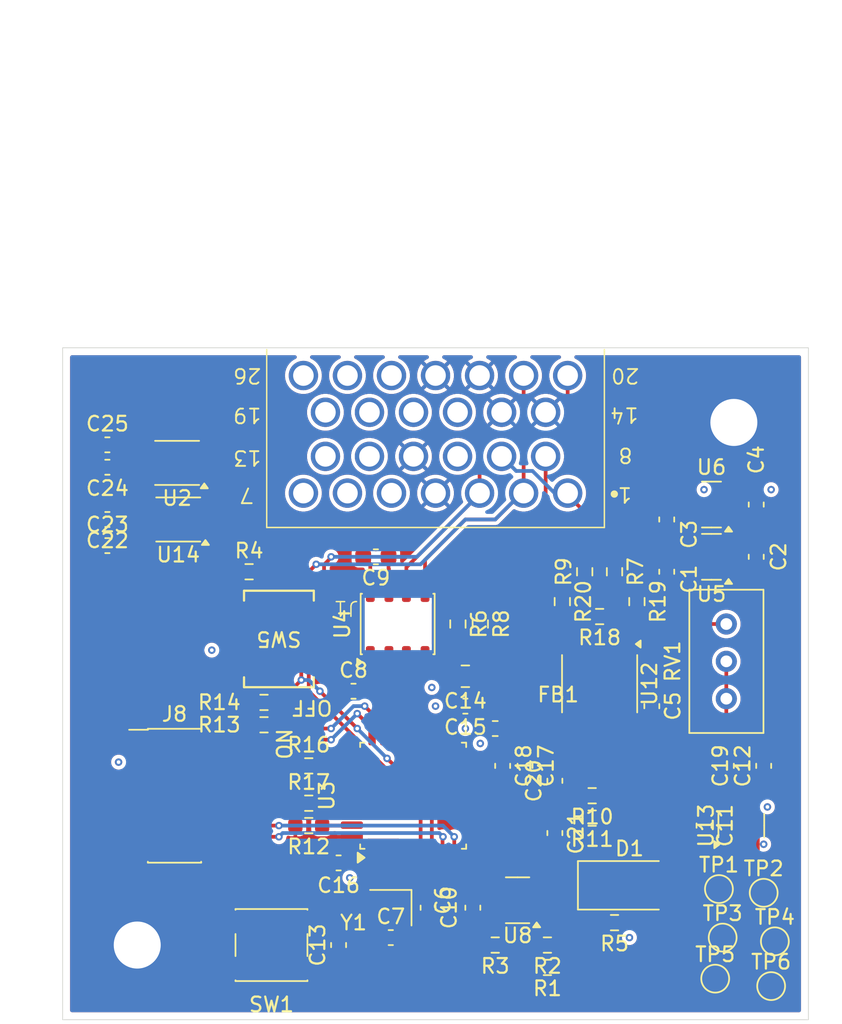
<source format=kicad_pcb>
(kicad_pcb (version 20241229) (generator "pcbnew") (generator_version "9.0")
  (layers (0 "F.Cu" signal) (4 "In1.Cu" signal) (6 "In2.Cu" signal) (2 "B.Cu" signal) (13 "F.Paste" user) (15 "B.Paste" user) (5 "F.SilkS" user "F.Silkscreen") (7 "B.SilkS" user "B.Silkscreen") (1 "F.Mask" user) (3 "B.Mask" user) (25 "Edge.Cuts" user))
  (net 0 "")
  (net 1 "GND")
  (net 2 "+12V")
  (net 3 "+5V")
  (net 4 "+3V3")
  (net 5 "/OSC_IN")
  (net 6 "/OSC_OUT")
  (net 7 "NRST")
  (net 8 "+3V3_A")
  (net 9 "/+1V_REF")
  (net 10 "/Vin+")
  (net 12 "STLINK_SWCLK")
  (net 13 "STLINK_SWO")
  (net 14 "VCP_UART_RX")
  (net 15 "STLINK_SWDIO")
  (net 16 "VCP_UART_TX")
  (net 20 "/Wheel_Speed_Out")
  (net 21 "Net-(U8-+)")
  (net 22 "/1V6_Vref")
  (net 23 "CAN1_RX")
  (net 24 "/Vin-")
  (net 25 "1x8_TireTemp_Sensor_SDA")
  (net 26 "Net-(R10-Pad1)")
  (net 27 "Net-(U13-NR)")
  (net 28 "/BOOT0")
  (net 29 "1x8_TireTemp_Sensor_SCL")
  (net 30 "Net-(J1D-1)")
  (net 33 "CAN1_TX")
  (net 34 "STRAIN")
  (net 35 "Net-(R18-Pad1)")
  (net 36 "Net-(R18-Pad2)")
  (net 37 "Net-(U12--)")
  (net 38 "Net-(U12-+)")
  (net 39 "Net-(R4-Pad1)")
  (net 40 "Net-(U3-PA0)")
  (net 41 "SUSPENSION ")
  (net 42 "Net-(U3-PA1)")
  (net 43 "1x1_TireTemp_Sensor_SDA")
  (net 46 "wheel speed")
  (net 47 "1x1_TireTemp_Sensor_SCL")
  (net 48 "CANH")
  (net 49 "CANL")
  (net 50 "Net-(U3-PB6)")
  (net 51 "Net-(U3-PA10)")
  (net 52 "Net-(U3-PB5)")
  (net 53 "Net-(U3-PA4)")
  (net 54 "Net-(U3-PB4)")
  (net 55 "Net-(U3-PA6)")
  (net 56 "Net-(U2-SDA_B)")
  (net 57 "Net-(U14-SCL_B)")
  (net 58 "Net-(U14-SDA_B)")
  (net 59 "Net-(U2-SCL_B)")
  (footprint "Inductor_SMD:L_0603_1608Metric_Pad1.05x0.95mm_HandSolder" (layer "F.Cu") (at 148.844 124.968)
    (property "Reference" "FB1")
    (property "Value" "FCM 1608KF-601T03")
  )
  (footprint "Resistor_SMD:R_0603_1608Metric_Pad0.98x0.95mm_HandSolder" (layer "F.Cu") (at 132.08 114.3)
    (property "Reference" "R4")
    (property "Value" "120R")
  )
  (footprint "TestPoint:TestPoint_Pad_D1.5mm" (layer "F.Cu") (at 167.894 139.446)
    (property "Reference" "TP4")
    (property "Value" "PB4")
  )
  (footprint "Resistor_SMD:R_0603_1608Metric_Pad0.98x0.95mm_HandSolder" (layer "F.Cu") (at 152.4 141.224 180)
    (property "Reference" "R1")
    (property "Value" "15K")
  )
  (footprint "Crystal:Crystal_SMD_2016-4Pin_2.0x1.6mm" (layer "F.Cu") (at 141.732 137.16 180)
    (property "Reference" "Y1")
    (property "Value" "ECS-240-8-37B-CKY-TR")
  )
  (footprint "Package_TO_SOT_SMD:SOT-23" (layer "F.Cu") (at 163.576 109.728 180)
    (property "Reference" "U6")
    (property "Value" "MCP1703AT-3302E/CB")
  )
  (footprint "Capacitor_SMD:C_0603_1608Metric_Pad1.08x0.95mm_HandSolder" (layer "F.Cu") (at 144.272 137.16 -90)
    (property "Reference" "C10")
    (property "Value" "6.8pF")
  )
  (footprint "Capacitor_SMD:C_0603_1608Metric_Pad1.08x0.95mm_HandSolder" (layer "F.Cu") (at 147.32 137.16 90)
    (property "Reference" "C6")
    (property "Value" "100nF")
  )
  (footprint "Capacitor_SMD:C_0603_1608Metric_Pad1.08x0.95mm_HandSolder" (layer "F.Cu") (at 139.192 122.428)
    (property "Reference" "C8")
    (property "Value" "100nF")
  )
  (footprint "Resistor_SMD:R_0603_1608Metric_Pad0.98x0.95mm_HandSolder" (layer "F.Cu") (at 152.4 139.7 180)
    (property "Reference" "R2")
    (property "Value" "1K")
  )
  (footprint "Package_QFP:LQFP-32_7x7mm_P0.8mm" (layer "F.Cu") (at 143.256 129.54 90)
    (property "Reference" "U3")
    (property "Value" "STM32G441KBTx")
  )
  (footprint "Resistor_SMD:R_0603_1608Metric_Pad0.98x0.95mm_HandSolder" (layer "F.Cu") (at 136.144 131.572 180)
    (property "Reference" "R12")
    (property "Value" "10k")
  )
  (footprint "TestPoint:TestPoint_Pad_D1.5mm" (layer "F.Cu") (at 164.338 139.192)
    (property "Reference" "TP3")
    (property "Value" "PA10")
  )
  (footprint "Potentiometer_THT:Potentiometer_Bourns_3296W_Vertical" (layer "F.Cu") (at 164.587 117.856 90)
    (property "Reference" "RV1")
    (property "Value" "200R")
  )
  (footprint "Resistor_SMD:R_0603_1608Metric_Pad0.98x0.95mm_HandSolder" (layer "F.Cu") (at 136.144 130.048)
    (property "Reference" "R17")
    (property "Value" "4.7k")
  )
  (footprint "Resistor_SMD:R_0603_1608Metric_Pad0.98x0.95mm_HandSolder" (layer "F.Cu") (at 155.448 129.54 180)
    (property "Reference" "R10")
    (property "Value" "16K")
  )
  (footprint "Resistor_SMD:R_0603_1608Metric_Pad0.98x0.95mm_HandSolder" (layer "F.Cu") (at 154.94 114.3 90)
    (property "Reference" "R9")
    (property "Value" "360R")
  )
  (footprint "Capacitor_SMD:C_0603_1608Metric_Pad1.08x0.95mm_HandSolder" (layer "F.Cu") (at 150.876 127.508 -90)
    (property "Reference" "C17")
    (property "Value" "1uF")
  )
  (footprint "Resistor_SMD:R_0603_1608Metric_Pad0.98x0.95mm_HandSolder" (layer "F.Cu") (at 136.144 127.508)
    (property "Reference" "R16")
    (property "Value" "4.7k")
  )
  (footprint "TestPoint:TestPoint_Pad_D1.5mm" (layer "F.Cu") (at 163.83 141.986)
    (property "Reference" "TP5")
    (property "Value" "PB6")
  )
  (footprint "Capacitor_SMD:C_0603_1608Metric_Pad1.08x0.95mm_HandSolder" (layer "F.Cu") (at 146.812 123.444 180)
    (property "Reference" "C15")
    (property "Value" "100nF")
  )
  (footprint "Capacitor_SMD:C_0603_1608Metric_Pad1.08x0.95mm_HandSolder" (layer "F.Cu") (at 122.428 105.664)
    (property "Reference" "C25")
    (property "Value" "100nF")
  )
  (footprint "Capacitor_SMD:C_0603_1608Metric_Pad1.08x0.95mm_HandSolder" (layer "F.Cu") (at 166.624 113.284 90)
    (property "Reference" "C2")
    (property "Value" "1uF")
  )
  (footprint "Resistor_SMD:R_0603_1608Metric_Pad0.98x0.95mm_HandSolder" (layer "F.Cu") (at 155.448 131.064 180)
    (property "Reference" "R11")
    (property "Value" "16K")
  )
  (footprint "Package_TO_SOT_SMD:SOT-23-5" (layer "F.Cu") (at 150.368 136.652 180)
    (property "Reference" "U8")
    (property "Value" "LMV331")
  )
  (footprint "Connector_PinHeader_1.27mm:PinHeader_2x07_P1.27mm_Vertical_SMD" (layer "F.Cu") (at 127 129.54)
    (property "Reference" "J8")
    (property "Value" "FTSH-107-01-F-DV-K-P-TR")
  )
  (footprint "Resistor_SMD:R_0603_1608Metric_Pad0.98x0.95mm_HandSolder" (layer "F.Cu") (at 133.096 123.19)
    (property "Reference" "R14")
    (property "Value" "10K")
  )
  (footprint "Capacitor_SMD:C_0603_1608Metric_Pad1.08x0.95mm_HandSolder" (layer "F.Cu") (at 166.624 109.728 90)
    (property "Reference" "C4")
    (property "Value" "1uF")
  )
  (footprint "Resistor_SMD:R_0603_1608Metric_Pad0.98x0.95mm_HandSolder" (layer "F.Cu") (at 153.416 116.332 -90)
    (property "Reference" "R20")
    (property "Value" "16K")
  )
  (footprint "Package_TO_SOT_SMD:SOT-23-6" (layer "F.Cu") (at 165.608 131.572 90)
    (property "Reference" "U13")
    (property "Value" "REF35160QDBVR")
  )
  (footprint "Capacitor_SMD:C_0603_1608Metric_Pad1.08x0.95mm_HandSolder" (layer "F.Cu") (at 138.176 139.7 90)
    (property "Reference" "C13")
    (property "Value" "100nF")
  )
  (footprint "Capacitor_SMD:C_0603_1608Metric_Pad1.08x0.95mm_HandSolder" (layer "F.Cu") (at 122.428 112.522)
    (property "Reference" "C23")
    (property "Value" "100nF")
  )
  (footprint "Resistor_SMD:R_0603_1608Metric_Pad0.98x0.95mm_HandSolder" (layer "F.Cu") (at 147.828 117.856 -90)
    (property "Reference" "R8")
    (property "Value" "4.7k")
  )
  (footprint "FS_4_Global_Footprint_Library:ATS13-26PA-BM01" (layer "F.Cu") (at 144.78 104.7875 180)
    (property "Reference" "J1")
    (property "Value" "~")
  )
  (footprint "Capacitor_SMD:C_0603_1608Metric_Pad1.08x0.95mm_HandSolder" (layer "F.Cu") (at 122.428 107.188 180)
    (property "Reference" "C24")
    (property "Value" "100nF")
  )
  (footprint "Package_TO_SOT_SMD:SOT-23" (layer "F.Cu") (at 163.576 113.284 180)
    (property "Reference" "U5")
    (property "Value" "MCP1703AT-5002E/CB")
  )
  (footprint "Diode_SMD:D_SMA" (layer "F.Cu") (at 157.988 135.636)
    (property "Reference" "D1")
    (property "Value" "1V")
  )
  (footprint "Capacitor_SMD:C_0603_1608Metric_Pad1.08x0.95mm_HandSolder" (layer "F.Cu") (at 152.908 132.08 -90)
    (property "Reference" "C21")
    (property "Value" "100nF")
  )
  (footprint "Capacitor_SMD:C_0603_1608Metric_Pad1.08x0.95mm_HandSolder" (layer "F.Cu") (at 165.608 127.508 90)
    (property "Reference" "C19")
    (property "Value" "1uF")
  )
  (footprint "Capacitor_SMD:C_0603_1608Metric_Pad1.08x0.95mm_HandSolder" (layer "F.Cu") (at 122.428 110.744 180)
    (property "Reference" "C22")
    (property "Value" "100nF")
  )
  (footprint "Resistor_SMD:R_0603_1608Metric_Pad0.98x0.95mm_HandSolder" (layer "F.Cu") (at 146.304 117.856 -90)
    (property "Reference" "R6")
    (property "Value" "4.7k")
  )
  (footprint "Package_SO:SOIC-8_3.9x4.9mm_P1.27mm" (layer "F.Cu") (at 155.956 121.92 -90)
    (property "Reference" "U12")
    (property "Value" "INA826AIDR")
  )
  (footprint "FS_4_Global_Footprint_Library:SOIC-8_ISO1044BD" (layer "F.Cu") (at 142.24 117.856 90)
    (property "Reference" "U4")
    (property "Value" "ISO1044DUB")
  )
  (footprint "TestPoint:TestPoint_Pad_D1.5mm" (layer "F.Cu") (at 164.084 135.89)
    (property "Reference" "TP1")
    (property "Value" "PA4")
  )
  (footprint "Capacitor_SMD:C_0603_1608Metric_Pad1.08x0.95mm_HandSolder" (layer "F.Cu") (at 140.716 113.284 180)
    (property "Reference" "C9")
    (property "Value" "100nF")
  )
  (footprint "Package_SO:SSOP-8_2.95x2.8mm_P0.65mm" (layer "F.Cu") (at 127.254 110.744 180)
    (property "Reference" "U14")
    (property "Value" "TCA9406DC")
  )
  (footprint "TestPoint:TestPoint_Pad_D1.5mm" (layer "F.Cu") (at 167.64 142.494)
    (property "Reference" "TP6")
    (property "Value" "PB7")
  )
  (footprint "Resistor_SMD:R_0603_1608Metric_Pad0.98x0.95mm_HandSolder" (layer "F.Cu") (at 156.972 138.176 180)
    (property "Reference" "R5")
    (property "Value" "10K")
  )
  (footprint "Capacitor_SMD:C_0603_1608Metric_Pad1.08x0.95mm_HandSolder" (layer "F.Cu") (at 138.176 134.112)
    (property "Reference" "C16")
    (property "Value" "100nF")
  )
  (footprint "Resistor_SMD:R_0603_1608Metric_Pad0.98x0.95mm_HandSolder" (layer "F.Cu") (at 148.844 139.7 180)
    (property "Reference" "R3")
    (property "Value" "10K")
  )
  (footprint "MountingHole:MountingHole_3.2mm_M3_Pad" (layer "F.Cu") (at 165.1 104.14)
    (property "Reference" "H1" (hide yes))
    (property "Value" "MountingHole_Pad")
  )
  (footprint "Capacitor_SMD:C_0603_1608Metric_Pad1.08x0.95mm_HandSolder" (layer "F.Cu") (at 160.528 110.744 90)
    (property "Reference" "C3")
    (property "Value" "1uF")
  )
  (footprint "Package_SO:SSOP-8_2.95x2.8mm_P0.65mm" (layer "F.Cu") (at 127.176 106.893 180)
    (property "Reference" "U2")
    (property "Value" "TCA9406DC")
  )
  (footprint "Capacitor_SMD:C_0805_2012Metric_Pad1.18x1.45mm_HandSolder" (layer "F.Cu") (at 146.812 121.412 180)
    (property "Reference" "C14")
    (property "Value" "10uF")
  )
  (footprint "Library:SW_A6H-4101_OMR" (layer "F.Cu") (at 134.112 118.872 180)
    (property "Reference" "SW5")
    (property "Value" "A6H-4101")
  )
  (footprint "Resistor_SMD:R_0603_1608Metric_Pad0.98x0.95mm_HandSolder" (layer "F.Cu") (at 158.496 116.332 -90)
    (property "Reference" "R19")
    (property "Value" "16K")
  )
  (footprint "Resistor_SMD:R_0603_1608Metric_Pad0.98x0.95mm_HandSolder" (layer "F.Cu") (at 155.956 117.348 180)
    (property "Reference" "R18")
    (property "Value" "309R")
  )
  (footprint "Button_Switch_SMD:SW_SPST_PTS647_Sx38" (layer "F.Cu") (at 133.604 139.7 180)
    (property "Reference" "SW1")
    (property "Value" "Y97KT23B5NAFP")
  )
  (footprint "Capacitor_SMD:C_0603_1608Metric_Pad1.08x0.95mm_HandSolder" (layer "F.Cu") (at 160.528 114.3 90)
    (property "Reference" "C1")
    (property "Value" "1uF")
  )
  (footprint "Capacitor_SMD:C_0603_1608Metric_Pad1.08x0.95mm_HandSolder" (layer "F.Cu") (at 163.068 131.572 -90)
    (property "Reference" "C11")
    (property "Value" "1uF")
  )
  (footprint "Capacitor_SMD:C_0603_1608Metric_Pad1.08x0.95mm_HandSolder" (layer "F.Cu") (at 159.512 123.444 -90)
    (property "Reference" "C5")
    (property "Value" "100nF")
  )
  (footprint "Resistor_SMD:R_0603_1608Metric_Pad0.98x0.95mm_HandSolder" (layer "F.Cu") (at 156.972 114.3 -90)
    (property "Reference" "R7")
    (property "Value" "360R")
  )
  (footprint "TestPoint:TestPoint_Pad_D1.5mm" (layer "F.Cu") (at 167.132 136.144)
    (property "Reference" "TP2")
    (property "Value" "PA6")
  )
  (footprint "Resistor_SMD:R_0603_1608Metric_Pad0.98x0.95mm_HandSolder" (layer "F.Cu") (at 133.096 124.714)
    (property "Reference" "R13")
    (property "Value" "10K")
  )
  (footprint "Capacitor_SMD:C_0603_1608Metric_Pad1.08x0.95mm_HandSolder" (layer "F.Cu") (at 152.908 128.524 90)
    (property "Reference" "C20")
    (property "Value" "100nF")
  )
  (footprint "MountingHole:MountingHole_3.2mm_M3_Pad" (layer "F.Cu") (at 124.46 139.7)
    (property "Reference" "H2" (hide yes))
    (property "Value" "MountingHole_Pad")
  )
  (footprint "Capacitor_SMD:C_0603_1608Metric_Pad1.08x0.95mm_HandSolder" (layer "F.Cu") (at 141.732 139.192)
    (property "Reference" "C7")
    (property "Value" "6.8pF")
  )
  (footprint "Capacitor_SMD:C_0603_1608Metric_Pad1.08x0.95mm_HandSolder" (layer "F.Cu") (at 149.352 127.508 -90)
    (property "Reference" "C18")
    (property "Value" "100nF")
  )
  (footprint "Capacitor_SMD:C_0603_1608Metric_Pad1.08x0.95mm_HandSolder" (layer "F.Cu") (at 167.132 127.508 90)
    (property "Reference" "C12")
    (property "Value" "100nF")
  )
  (gr_rect (start 119.38 99.06) (end 170.18 144.78) (stroke (width 0.05)) (fill no) (layer "Edge.Cuts"))
  (segment (start 160.528 113.4375) (end 160.528 113.538) (width 0.254) (layer "F.Cu") (net 2))
  (segment (start 159.512 110.998) (end 155.702 110.998) (width 0.254) (layer "F.Cu") (net 2))
  (segment (start 153.7635 108.966) (end 153.78 108.9495) (width 0.254) (layer "F.Cu") (net 2))
  (segment (start 159.512 112.522) (end 159.512 110.998) (width 0.254) (layer "F.Cu") (net 2))
  (segment (start 160.528 113.538) (end 159.512 112.522) (width 0.254) (layer "F.Cu") (net 2))
  (segment (start 159.512 110.998) (end 160.782 109.728) (width 0.254) (layer "F.Cu") (net 2))
  (segment (start 153.67 108.966) (end 153.7635 108.966) (width 0.254) (layer "F.Cu") (net 2))
  (segment (start 155.702 110.998) (end 153.67 108.966) (width 0.254) (layer "F.Cu") (net 2))
  (segment (start 160.782 109.728) (end 162.6385 109.728) (width 0.254) (layer "F.Cu") (net 2))
  (segment (start 152.8915 108.9495) (end 153.78 108.9495) (width 0.254) (layer "B.Cu") (net 2))
  (segment (start 149.28 106.4495) (end 150.2725 107.442) (width 0.254) (layer "B.Cu") (net 2))
  (segment (start 151.384 107.442) (end 152.8915 108.9495) (width 0.254) (layer "B.Cu") (net 2))
  (segment (start 150.2725 107.442) (end 151.384 107.442) (width 0.254) (layer "B.Cu") (net 2))
  (segment (start 140.335 113.7655) (end 139.8535 113.284) (width 0.254) (layer "F.Cu") (net 3))
  (segment (start 140.335 115.381) (end 140.335 113.7655) (width 0.254) (layer "F.Cu") (net 3))
  (segment (start 123.2905 110.744) (end 123.6155 111.069) (width 0.254) (layer "F.Cu") (net 3))
  (segment (start 123.6155 111.069) (end 125.554 111.069) (width 0.254) (layer "F.Cu") (net 3))
  (segment (start 125.446 107.188) (end 125.476 107.218) (width 0.254) (layer "F.Cu") (net 3))
  (segment (start 123.2905 107.188) (end 125.446 107.188) (width 0.254) (layer "F.Cu") (net 3))
  (segment (start 149.1645 137.668) (end 149.2305 137.602) (width 0.254) (layer "F.Cu") (net 4))
  (segment (start 166.624 130.3685) (end 166.558 130.4345) (width 0.254) (layer "F.Cu") (net 4))
  (segment (start 147.6745 137.668) (end 149.1645 137.668) (width 0.254) (layer "F.Cu") (net 4))
  (segment (start 166.558 130.4345) (end 166.558 132.7095) (width 0.254) (layer "F.Cu") (net 4))
  (segment (start 140.335 122.1475) (end 140.0545 122.428) (width 0.254) (layer "F.Cu") (net 4))
  (segment (start 166.624 130.048) (end 166.624 130.3685) (width 0.254) (layer "F.Cu") (net 4))
  (segment (start 147.32 138.0225) (end 147.6745 137.668) (width 0.254) (layer "F.Cu") (net 4))
  (segment (start 159.512 124.46) (end 157.926 124.46) (width 0.254) (layer "F.Cu") (net 4))
  (segment (start 167.132 129.54) (end 166.624 130.048) (width 0.254) (layer "F.Cu") (net 4))
  (segment (start 157.926 124.46) (end 157.861 124.395) (width 0.254) (layer "F.Cu") (net 4))
  (segment (start 140.335 120.331) (end 140.335 122.1475) (width 0.254) (layer "F.Cu") (net 4))
  (segment (start 159.512 124.3065) (end 159.512 124.46) (width 0.254) (layer "F.Cu") (net 4))
  (via (at 146.812 124.968) (size 0.508) (drill 0.254) (layers "F.Cu" "B.Cu") (net 4))
  (via (at 167.386 130.302) (size 0.508) (drill 0.254) (layers "F.Cu" "B.Cu") (net 4))
  (via (at 144.526 122.174) (size 0.508) (drill 0.254) (layers "F.Cu" "B.Cu") (net 4))
  (via (at 129.54 119.634) (size 0.508) (drill 0.254) (layers "F.Cu" "B.Cu") (net 4))
  (via (at 147.828 125.984) (size 0.508) (drill 0.254) (layers "F.Cu" "B.Cu") (net 4))
  (via (at 163.068 108.712) (size 0.508) (drill 0.254) (layers "F.Cu" "B.Cu") (net 4))
  (via (at 138.938 135.128) (size 0.508) (drill 0.254) (layers "F.Cu" "B.Cu") (net 4))
  (via (at 167.64 108.712) (size 0.508) (drill 0.254) (layers "F.Cu" "B.Cu") (net 4))
  (via (at 123.19 127.254) (size 0.508) (drill 0.254) (layers "F.Cu" "B.Cu") (net 4))
  (via (at 157.988 139.192) (size 0.508) (drill 0.254) (layers "F.Cu" "B.Cu") (net 4))
  (via (at 144.78 123.444) (size 0.508) (drill 0.254) (layers "F.Cu" "B.Cu") (net 4))
  (via (at 167.132 132.842) (size 0.508) (drill 0.254) (layers "F.Cu" "B.Cu") (net 4))
  (segment (start 140.758 137.71) (end 141.032 137.71) (width 0.254) (layer "F.Cu") (net 5))
  (segment (start 141.256 135.096) (end 140.208 136.144) (width 0.254) (layer "F.Cu") (net 5))
  (segment (start 140.208 137.16) (end 140.758 137.71) (width 0.254) (layer "F.Cu") (net 5))
  (segment (start 141.256 133.826) (end 141.256 135.096) (width 0.254) (layer "F.Cu") (net 5))
  (segment (start 140.97 137.772) (end 140.97 139.0915) (width 0.254) (layer "F.Cu") (net 5))
  (segment (start 141.032 137.71) (end 140.97 137.772) (width 0.254) (layer "F.Cu") (net 5))
  (segment (start 140.97 139.0915) (end 140.8695 139.192) (width 0.254) (layer "F.Cu") (net 5))
  (segment (start 140.208 136.144) (end 140.208 137.16) (width 0.254) (layer "F.Cu") (net 5))
  (segment (start 144.272 136.2975) (end 144.1185 136.2975) (width 0.254) (layer "F.Cu") (net 6))
  (segment (start 142.056 136.234) (end 142.432 136.61) (width 0.254) (layer "F.Cu") (net 6))
  (segment (start 144.018 136.398) (end 142.644 136.398) (width 0.254) (layer "F.Cu") (net 6))
  (segment (start 142.056 133.826) (end 142.056 136.234) (width 0.254) (layer "F.Cu") (net 6))
  (segment (start 144.1185 136.2975) (end 144.018 136.398) (width 0.254) (layer "F.Cu") (net 6))
  (segment (start 142.644 136.398) (end 142.432 136.61) (width 0.254) (layer "F.Cu") (net 6))
  (segment (start 127.254 134.62) (end 130.734 138.1) (width 0.254) (layer "F.Cu") (net 7))
  (segment (start 140.208 132.588) (end 139.7 133.096) (width 0.254) (layer "F.Cu") (net 7))
  (segment (start 136.144 138.015) (end 136.229 138.1) (width 0.254) (layer "F.Cu") (net 7))
  (segment (start 128.12 132.08) (end 127.254 132.946) (width 0.254) (layer "F.Cu") (net 7))
  (segment (start 142.856 133.204) (end 142.24 132.588) (width 0.254) (layer "F.Cu") (net 7))
  (segment (start 130.734 138.1) (end 130.979 138.1) (width 0.254) (layer "F.Cu") (net 7))
  (segment (start 128.95 132.08) (end 128.12 132.08) (width 0.254) (layer "F.Cu") (net 7))
  (segment (start 130.979 138.1) (end 136.229 138.1) (width 0.254) (layer "F.Cu") (net 7))
  (segment (start 136.144 134.04092) (end 136.144 138.015) (width 0.254) (layer "F.Cu") (net 7))
  (segment (start 137.08892 133.096) (end 136.144 134.04092) (width 0.254) (layer "F.Cu") (net 7))
  (segment (start 136.229 138.1) (end 137.4385 138.1) (width 0.254) (layer "F.Cu") (net 7))
  (segment (start 137.4385 138.1) (end 138.176 138.8375) (width 0.254) (layer "F.Cu") (net 7))
  (segment (start 142.856 133.715) (end 142.856 133.204) (width 0.254) (layer "F.Cu") (net 7))
  (segment (start 142.24 132.588) (end 140.208 132.588) (width 0.254) (layer "F.Cu") (net 7))
  (segment (start 127.254 132.946) (end 127.254 134.62) (width 0.254) (layer "F.Cu") (net 7))
  (segment (start 139.7 133.096) (end 137.08892 133.096) (width 0.254) (layer "F.Cu") (net 7))
  (segment (start 147.544 127.538) (end 147.431 127.651) (width 0.254) (layer "F.Cu") (net 8))
  (segment (start 151.5055 135.702) (end 151.5715 135.636) (width 0.254) (layer "F.Cu") (net 9))
  (segment (start 155.956 135.668) (end 155.956 138.0725) (width 0.254) (layer "F.Cu") (net 9))
  (segment (start 155.988 135.636) (end 155.956 135.668) (width 0.254) (layer "F.Cu") (net 9))
  (segment (start 155.956 138.0725) (end 156.0595 138.176) (width 0.254) (layer "F.Cu") (net 9))
  (segment (start 151.5715 135.636) (end 155.988 135.636) (width 0.254) (layer "F.Cu") (net 9))
  (segment (start 152.28 114.2835) (end 153.416 115.4195) (width 0.254) (layer "F.Cu") (net 10))
  (segment (start 152.28 106.4495) (end 152.28 114.2835) (width 0.254) (layer "F.Cu") (net 10))
  (segment (start 154.94 115.2125) (end 153.623 115.2125) (width 0.254) (layer "F.Cu") (net 10))
  (segment (start 153.623 115.2125) (end 153.416 115.4195) (width 0.254) (layer "F.Cu") (net 10))
  (segment (start 137.668 125.73) (end 135.31092 125.73) (width 0.254) (layer "F.Cu") (net 12))
  (segment (start 132.77092 128.27) (end 129.458 128.27) (width 0.254) (layer "F.Cu") (net 12))
  (segment (start 140.456 124.962) (end 139.446 123.952) (width 0.254) (layer "F.Cu") (net 12))
  (segment (start 140.456 125.365) (end 140.456 124.962) (width 0.254) (layer "F.Cu") (net 12))
  (segment (start 135.31092 125.73) (end 132.77092 128.27) (width 0.254) (layer "F.Cu") (net 12))
  (via (at 139.446 123.952) (size 0.508) (drill 0.254) (layers "F.Cu" "B.Cu") (net 12))
  (via (at 137.668 125.73) (size 0.508) (drill 0.254) (layers "F.Cu" "B.Cu") (net 12))
  (segment (start 137.668 125.73) (end 139.446 123.952) (width 0.254) (layer "B.Cu") (net 12))
  (segment (start 130.556 128.778) (end 130.016 129.318) (width 0.254) (layer "F.Cu") (net 13))
  (segment (start 130.016 129.318) (end 129.172 129.318) (width 0.254) (layer "F.Cu") (net 13))
  (segment (start 138.21508 127.54) (end 136.97708 128.778) (width 0.254) (layer "F.Cu") (net 13))
  (segment (start 139.081 127.54) (end 138.21508 127.54) (width 0.254) (layer "F.Cu") (net 13))
  (segment (start 129.172 129.318) (end 128.95 129.54) (width 0.254) (layer "F.Cu") (net 13))
  (segment (start 136.97708 128.778) (end 130.556 128.778) (width 0.254) (layer "F.Cu") (net 13))
  (segment (start 130.429 131.445) (end 127.635 131.445) (width 0.254) (layer "F.Cu") (net 14))
  (segment (start 126.492 133.35) (end 125.05 133.35) (width 0.254) (layer "F.Cu") (net 14))
  (segment (start 130.556 131.572) (end 130.429 131.445) (width 0.254) (layer "F.Cu") (net 14))
  (segment (start 126.746 132.334) (end 126.746 133.096) (width 0.254) (layer "F.Cu") (net 14))
  (segment (start 146.056 132.34) (end 146.05 132.334) (width 0.254) (layer "F.Cu") (net 14))
  (segment (start 127.635 131.445) (end 126.746 132.334) (width 0.254) (layer "F.Cu") (net 14))
  (segment (start 134.112 131.572) (end 130.556 131.572) (width 0.254) (layer "F.Cu") (net 14))
  (segment (start 146.056 133.715) (end 146.056 132.34) (width 0.254) (layer "F.Cu") (net 14))
  (segment (start 126.746 133.096) (end 126.492 133.35) (width 0.254) (layer "F.Cu") (net 14))
  (via (at 134.112 131.572) (size 0.508) (drill 0.254) (layers "F.Cu" "B.Cu") (net 14))
  (via (at 146.05 132.334) (size 0.508) (drill 0.254) (layers "F.Cu" "B.Cu") (net 14))
  (segment (start 145.288 131.572) (end 146.05 132.334) (width 0.254) (layer "B.Cu") (net 14))
  (segment (start 134.112 131.572) (end 145.288 131.572) (width 0.254) (layer "B.Cu") (net 14))
  (segment (start 137.668 124.968) (end 135.382 124.968) (width 0.254) (layer "F.Cu") (net 15))
  (segment (start 133.35 127) (end 129.458 127) (width 0.254) (layer "F.Cu") (net 15))
  (segment (start 141.256 124.746) (end 141.256 125.365) (width 0.254) (layer "F.Cu") (net 15))
  (segment (start 135.382 124.968) (end 133.35 127) (width 0.254) (layer "F.Cu") (net 15))
  (segment (start 139.954 123.444) (end 141.256 124.746) (width 0.254) (layer "F.Cu") (net 15))
  (via (at 139.954 123.444) (size 0.508) (drill 0.254) (layers "F.Cu" "B.Cu") (net 15))
  (via (at 137.668 124.968) (size 0.508) (drill 0.254) (layers "F.Cu" "B.Cu") (net 15))
  (segment (start 139.192 123.444) (end 137.668 124.968) (width 0.254) (layer "B.Cu") (net 15))
  (segment (start 139.954 123.444) (end 139.192 123.444) (width 0.254) (layer "B.Cu") (net 15))
  (segment (start 131.826 132.334) (end 130.81 133.35) (width 0.254) (layer "F.Cu") (net 16))
  (segment (start 145.256 133.715) (end 145.256 132.366) (width 0.254) (layer "F.Cu") (net 16))
  (segment (start 145.256 132.366) (end 145.288 132.334) (width 0.254) (layer "F.Cu") (net 16))
  (segment (start 134.112 132.334) (end 131.826 132.334) (width 0.254) (layer "F.Cu") (net 16))
  (segment (start 130.81 133.35) (end 128.95 133.35) (width 0.254) (layer "F.Cu") (net 16))
  (via (at 145.288 132.334) (size 0.508) (drill 0.254) (layers "F.Cu" "B.Cu") (net 16))
  (via (at 134.112 132.334) (size 0.508) (drill 0.254) (layers "F.Cu" "B.Cu") (net 16))
  (segment (start 134.366 132.08) (end 145.034 132.08) (width 0.254) (layer "B.Cu") (net 16))
  (segment (start 145.034 132.08) (end 145.288 132.334) (width 0.254) (layer "B.Cu") (net 16))
  (segment (start 134.112 132.334) (end 134.366 132.08) (width 0.254) (layer "B.Cu") (net 16))
  (segment (start 151.5055 137.602) (end 151.384 137.7235) (width 0.254) (layer "F.Cu") (net 21))
  (segment (start 151.4875 139.7) (end 149.7565 139.7) (width 0.254) (layer "F.Cu") (net 21))
  (segment (start 151.384 137.7235) (end 151.384 139.5965) (width 0.254) (layer "F.Cu") (net 21))
  (segment (start 151.384 139.5965) (end 151.4875 139.7) (width 0.254) (layer "F.Cu") (net 21))
  (segment (start 164.658 130.4345) (end 163.343 130.4345) (width 0.254) (layer "F.Cu") (net 22))
  (segment (start 164.587 122.936) (end 164.587 120.396) (width 0.254) (layer "F.Cu") (net 22))
  (segment (start 164.587 130.3635) (end 164.658 130.4345) (width 0.254) (layer "F.Cu") (net 22))
  (segment (start 163.343 130.4345) (end 163.068 130.7095) (width 0.254) (layer "F.Cu") (net 22))
  (segment (start 164.587 122.936) (end 164.587 130.3635) (width 0.254) (layer "F.Cu") (net 22))
  (segment (start 142.875 125.457) (end 142.856 125.476) (width 0.254) (layer "F.Cu") (net 23))
  (segment (start 142.875 120.331) (end 142.875 125.457) (width 0.254) (layer "F.Cu") (net 23))
  (segment (start 157.1225 115.2125) (end 157.226 115.316) (width 0.254) (layer "F.Cu") (net 24))
  (segment (start 158.5995 115.316) (end 158.496 115.4195) (width 0.254) (layer "F.Cu") (net 24))
  (segment (start 158.496 115.4195) (end 160.9325 117.856) (width 0.254) (layer "F.Cu") (net 24))
  (segment (start 157.226 115.316) (end 158.3925 115.316) (width 0.254) (layer "F.Cu") (net 24))
  (segment (start 158.3925 115.316) (end 158.496 115.4195) (width 0.254) (layer "F.Cu") (net 24))
  (segment (start 156.972 115.2125) (end 157.1225 115.2125) (width 0.254) (layer "F.Cu") (net 24))
  (segment (start 160.9325 117.856) (end 164.587 117.856) (width 0.254) (layer "F.Cu") (net 24))
  (segment (start 156.464 124.522) (end 156.464 129.4365) (width 0.254) (layer "F.Cu") (net 26))
  (segment (start 156.591 124.395) (end 156.464 124.522) (width 0.254) (layer "F.Cu") (net 26))
  (segment (start 156.464 129.4365) (end 156.3605 129.54) (width 0.254) (layer "F.Cu") (net 26))
  (segment (start 165.608 128.3705) (end 165.608 130.4345) (width 0.254) (layer "F.Cu") (net 27))
  (segment (start 139.002 131.572) (end 139.081 131.651) (width 0.254) (layer "F.Cu") (net 28))
  (segment (start 137.0565 131.572) (end 139.002 131.572) (width 0.254) (layer "F.Cu") (net 28))
  (segment (start 141.605 120.331) (end 141.605 121.031) (width 0.254) (layer "F.Cu") (net 33))
  (segment (start 141.605 121.031) (end 141.986 121.412) (width 0.254) (layer "F.Cu") (net 33))
  (segment (start 141.986 121.412) (end 141.986 124.915136) (width 0.254) (layer "F.Cu") (net 33))
  (segment (start 141.986 124.915136) (end 142.056 124.985136) (width 0.254) (layer "F.Cu") (net 33))
  (segment (start 142.056 124.985136) (end 142.056 125.476) (width 0.254) (layer "F.Cu") (net 33))
  (segment (start 148.444 129.14) (end 147.431 129.14) (width 0.254) (layer "F.Cu") (net 34))
  (segment (start 148.844 129.54) (end 148.444 129.14) (width 0.254) (layer "F.Cu") (net 34))
  (segment (start 154.5355 129.54) (end 148.844 129.54) (width 0.254) (layer "F.Cu") (net 34))
  (segment (start 156.591 117.6255) (end 156.8685 117.348) (width 0.254) (layer "F.Cu") (net 35))
  (segment (start 156.591 119.445) (end 156.591 117.6255) (width 0.254) (layer "F.Cu") (net 35))
  (segment (start 155.321 117.6255) (end 155.0435 117.348) (width 0.254) (layer "F.Cu") (net 36))
  (segment (start 155.321 119.445) (end 155.321 117.6255) (width 0.254) (layer "F.Cu") (net 36))
  (segment (start 157.923 119.445) (end 157.861 119.445) (width 0.254) (layer "F.Cu") (net 37))
  (segment (start 158.496 117.2445) (end 158.496 118.11) (width 0.254) (layer "F.Cu") (net 37))
  (segment (start 157.988 118.618) (end 157.988 119.38) (width 0.254) (layer "F.Cu") (net 37))
  (segment (start 158.496 118.11) (end 157.988 118.618) (width 0.254) (layer "F.Cu") (net 37))
  (segment (start 157.988 119.38) (end 157.923 119.445) (width 0.254) (layer "F.Cu") (net 37))
  (segment (start 153.416 117.2445) (end 153.416 118.11) (width 0.254) (layer "F.Cu") (net 38))
  (segment (start 153.924 119.318) (end 154.051 119.445) (width 0.254) (layer "F.Cu") (net 38))
  (segment (start 153.924 118.618) (end 153.924 119.318) (width 0.254) (layer "F.Cu") (net 38))
  (segment (start 153.416 118.11) (end 153.924 118.618) (width 0.254) (layer "F.Cu") (net 38))
  (segment (start 131.037 116.967) (end 131.037 114.4305) (width 0.254) (layer "F.Cu") (net 39))
  (segment (start 131.037 114.4305) (end 131.1675 114.3) (width 0.254) (layer "F.Cu") (net 39))
  (segment (start 136.144 122.428) (end 136.144 120.305) (width 0.254) (layer "F.Cu") (net 40))
  (segment (start 136.144 122.428) (end 143.764 130.048) (width 0.254) (layer "F.Cu") (net 40))
  (segment (start 143.764 130.048) (end 143.764 133.607) (width 0.254) (layer "F.Cu") (net 40))
  (segment (start 134.0085 124.5635) (end 136.144 122.428) (width 0.254) (layer "F.Cu") (net 40))
  (segment (start 136.942 119.507) (end 137.187 119.507) (width 0.254) (layer "F.Cu") (net 40))
  (segment (start 136.144 120.305) (end 136.942 119.507) (width 0.254) (layer "F.Cu") (net 40))
  (segment (start 143.764 133.607) (end 143.656 133.715) (width 0.254) (layer "F.Cu") (net 40))
  (segment (start 134.0085 124.714) (end 134.0085 124.5635) (width 0.254) (layer "F.Cu") (net 40))
  (segment (start 147.431 129.94) (end 151.6305 129.94) (width 0.254) (layer "F.Cu") (net 41))
  (segment (start 151.6305 129.94) (end 152.908 131.2175) (width 0.254) (layer "F.Cu") (net 41))
  (segment (start 141.478 127) (end 144.526 130.048) (width 0.254) (layer "F.Cu") (net 42))
  (segment (start 136.942 118.237) (end 135.636 119.543) (width 0.254) (layer "F.Cu") (net 42))
  (segment (start 144.526 133.645) (end 144.456 133.715) (width 0.254) (layer "F.Cu") (net 42))
  (segment (start 135.636 119.543) (end 135.636 121.666) (width 0.254) (layer "F.Cu") (net 42))
  (segment (start 135.636 121.666) (end 134.366 122.936) (width 0.254) (layer "F.Cu") (net 42))
  (segment (start 144.526 132.08) (end 144.526 133.645) (width 0.254) (layer "F.Cu") (net 42))
  (segment (start 134.2625 122.936) (end 134.0085 123.19) (width 0.254) (layer "F.Cu") (net 42))
  (segment (start 137.187 118.237) (end 136.942 118.237) (width 0.254) (layer "F.Cu") (net 42))
  (segment (start 144.526 130.048) (end 144.526 132.08) (width 0.254) (layer "F.Cu") (net 42))
  (segment (start 134.366 122.936) (end 134.2625 122.936) (width 0.254) (layer "F.Cu") (net 42))
  (segment (start 136.906 122.428) (end 139.446 124.968) (width 0.254) (layer "F.Cu") (net 42))
  (via (at 135.636 121.666) (size 0.508) (drill 0.254) (layers "F.Cu" "B.Cu") (net 42))
  (via (at 141.478 127) (size 0.508) (drill 0.254) (layers "F.Cu" "B.Cu") (net 42))
  (via (at 136.906 122.428) (size 0.508) (drill 0.254) (layers "F.Cu" "B.Cu") (net 42))
  (via (at 139.446 124.968) (size 0.508) (drill 0.254) (layers "F.Cu" "B.Cu") (net 42))
  (segment (start 136.906 122.428) (end 136.144 121.666) (width 0.254) (layer "B.Cu") (net 42))
  (segment (start 136.144 121.666) (end 135.636 121.666) (width 0.254) (layer "B.Cu") (net 42))
  (segment (start 139.446 124.968) (end 141.478 127) (width 0.254) (layer "B.Cu") (net 42))
  (segment (start 147.431 131.54) (end 148.558 131.54) (width 0.254) (layer "F.Cu") (net 46))
  (segment (start 149.098 135.5695) (end 149.2305 135.702) (width 0.254) (layer "F.Cu") (net 46))
  (segment (start 149.098 132.08) (end 149.098 135.5695) (width 0.254) (layer "F.Cu") (net 46))
  (segment (start 148.558 131.54) (end 149.098 132.08) (width 0.254) (layer "F.Cu") (net 46))
  (segment (start 137.8245 126.74) (end 139.081 126.74) (width 0.254) (layer "F.Cu") (net 47))
  (segment (start 137.0565 127.508) (end 137.8245 126.74) (width 0.254) (layer "F.Cu") (net 47))
  (segment (start 142.875 115.381) (end 142.795 115.381) (width 0.254) (layer "F.Cu") (net 48))
  (segment (start 142.795 113.999) (end 142.795 115.381) (width 0.254) (layer "F.Cu") (net 48))
  (segment (start 147.78 109.014) (end 142.795 113.999) (width 0.254) (layer "F.Cu") (net 48))
  (segment (start 142.748 115.334) (end 142.748 114.808) (width 0.254) (layer "F.Cu") (net 48))
  (segment (start 147.78 105.712) (end 147.78 108.9495) (width 0.254) (layer "F.Cu") (net 48))
  (segment (start 137.668 113.284) (end 137.668 113.338) (width 0.254) (layer "F.Cu") (net 48))
  (segment (start 147.78 108.9495) (end 147.78 109.014) (width 0.254) (layer "F.Cu") (net 48))
  (segment (start 137.668 113.338) (end 137.187 113.819) (width 0.254) (layer "F.Cu") (net 48))
  (segment (start 150.78 104.49) (end 150.368 104.902) (width 0.254) (layer "F.Cu") (net 48))
  (segment (start 142.795 115.381) (end 142.748 115.334) (width 0.254) (layer "F.Cu") (net 48))
  (segment (start 150.78 100.9495) (end 150.78 104.49) (width 0.254) (layer "F.Cu") (net 48))
  (segment (start 148.59 104.902) (end 147.78 105.712) (width 0.254) (layer "F.Cu") (net 48))
  (segment (start 137.187 113.819) (end 137.187 116.967) (width 0.254) (layer "F.Cu") (net 48))
  (segment (start 150.368 104.902) (end 148.59 104.902) (width 0.254) (layer "F.Cu") (net 48))
  (via (at 137.668 113.284) (size 0.508) (drill 0.254) (layers "F.Cu" "B.Cu") (net 48))
  (segment (start 137.668 113.284) (end 143.51 113.284) (width 0.254) (layer "B.Cu") (net 48))
  (segment (start 147.78 109.172) (end 147.78 108.9495) (width 0.254) (layer "B.Cu") (net 48))
  (segment (start 143.51 113.284) (end 147.78 109.014) (width 0.254) (layer "B.Cu") (net 48))
  (segment (start 147.78 109.014) (end 147.78 108.9495) (width 0.254) (layer "B.Cu") (net 48))
  (segment (start 150.6385 108.9495) (end 148.844 110.744) (width 0.254) (layer "F.Cu") (net 49))
  (segment (start 144.065 115.381) (end 144.065 114.601) (width 0.254) (layer "F.Cu") (net 49))
  (segment (start 153.78 100.9495) (end 153.78 104.03) (width 0.254) (layer "F.Cu") (net 49))
  (segment (start 146.812 110.744) (end 144.065 113.491) (width 0.254) (layer "F.Cu") (net 49))
  (segment (start 148.844 110.744) (end 146.812 110.744) (width 0.254) (layer "F.Cu") (net 49))
  (segment (start 150.78 105.506) (end 150.78 108.9495) (width 0.254) (layer "F.Cu") (net 49))
  (segment (start 144.065 113.491) (end 144.065 115.381) (width 0.254) (layer "F.Cu") (net 49))
  (segment (start 151.384 104.902) (end 150.78 105.506) (width 0.254) (layer "F.Cu") (net 49))
  (segment (start 152.908 104.902) (end 151.384 104.902) (width 0.254) (layer "F.Cu") (net 49))
  (segment (start 132.9925 114.3) (end 136.144 114.3) (width 0.254) (layer "F.Cu") (net 49))
  (segment (start 136.144 114.3) (end 136.652 113.792) (width 0.254) (layer "F.Cu") (net 49))
  (segment (start 150.78 108.9495) (end 150.6385 108.9495) (width 0.254) (layer "F.Cu") (net 49))
  (segment (start 153.78 104.03) (end 152.908 104.902) (width 0.254) (layer "F.Cu") (net 49))
  (via (at 136.652 113.792) (size 0.508) (drill 0.254) (layers "F.Cu" "B.Cu") (net 49))
  (segment (start 143.764 113.792) (end 146.812 110.744) (width 0.254) (layer "B.Cu") (net 49))
  (segment (start 136.652 113.792) (end 143.764 113.792) (width 0.254) (layer "B.Cu") (net 49))
  (segment (start 148.844 110.744) (end 150.6385 108.9495) (width 0.254) (layer "B.Cu") (net 49))
  (segment (start 150.6385 108.9495) (end 150.78 108.9495) (width 0.254) (layer "B.Cu") (net 49))
  (segment (start 146.812 110.744) (end 148.844 110.744) (width 0.254) (layer "B.Cu") (net 49))
  (zone (net 1) (net_name "GND") (layers "F.Cu" "B.Cu" "In1.Cu") (connect_pads (clearance 0.254)) (min_thickness 0.254) (fill yes (thermal_gap 0.254) (thermal_bridge_width 0.254))
    (polygon (pts (xy 170.18 99.06) (xy 170.18 144.78) (xy 119.38 144.78) (xy 119.38 99.06)))
  )
)
</source>
